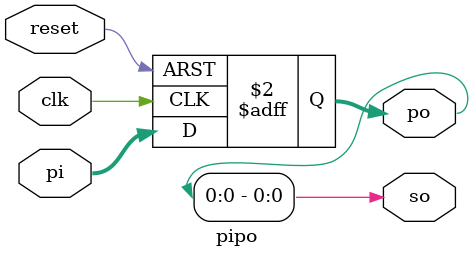
<source format=v>
module pipo(po,so,pi,clk,reset);
    input clk,reset;
    output so;
    output reg [3:0] po;
    input [3:0] pi;

    always @ (posedge clk or posedge reset) begin
        if(reset) po<=4'b0000;
        else begin
            po<=pi;
        end
    end

    assign so=po[0];
endmodule
</source>
